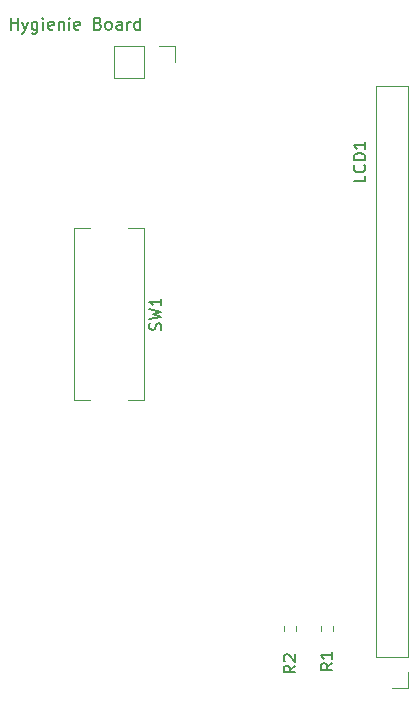
<source format=gbr>
%TF.GenerationSoftware,KiCad,Pcbnew,7.0.7*%
%TF.CreationDate,2023-09-18T17:32:58-06:00*%
%TF.ProjectId,hygienie_pcb,68796769-656e-4696-955f-7063622e6b69,00*%
%TF.SameCoordinates,Original*%
%TF.FileFunction,Legend,Top*%
%TF.FilePolarity,Positive*%
%FSLAX46Y46*%
G04 Gerber Fmt 4.6, Leading zero omitted, Abs format (unit mm)*
G04 Created by KiCad (PCBNEW 7.0.7) date 2023-09-18 17:32:58*
%MOMM*%
%LPD*%
G01*
G04 APERTURE LIST*
%ADD10C,0.150000*%
%ADD11C,0.120000*%
G04 APERTURE END LIST*
D10*
X98936779Y-75019819D02*
X98936779Y-74019819D01*
X98936779Y-74496009D02*
X99508207Y-74496009D01*
X99508207Y-75019819D02*
X99508207Y-74019819D01*
X99889160Y-74353152D02*
X100127255Y-75019819D01*
X100365350Y-74353152D02*
X100127255Y-75019819D01*
X100127255Y-75019819D02*
X100032017Y-75257914D01*
X100032017Y-75257914D02*
X99984398Y-75305533D01*
X99984398Y-75305533D02*
X99889160Y-75353152D01*
X101174874Y-74353152D02*
X101174874Y-75162676D01*
X101174874Y-75162676D02*
X101127255Y-75257914D01*
X101127255Y-75257914D02*
X101079636Y-75305533D01*
X101079636Y-75305533D02*
X100984398Y-75353152D01*
X100984398Y-75353152D02*
X100841541Y-75353152D01*
X100841541Y-75353152D02*
X100746303Y-75305533D01*
X101174874Y-74972200D02*
X101079636Y-75019819D01*
X101079636Y-75019819D02*
X100889160Y-75019819D01*
X100889160Y-75019819D02*
X100793922Y-74972200D01*
X100793922Y-74972200D02*
X100746303Y-74924580D01*
X100746303Y-74924580D02*
X100698684Y-74829342D01*
X100698684Y-74829342D02*
X100698684Y-74543628D01*
X100698684Y-74543628D02*
X100746303Y-74448390D01*
X100746303Y-74448390D02*
X100793922Y-74400771D01*
X100793922Y-74400771D02*
X100889160Y-74353152D01*
X100889160Y-74353152D02*
X101079636Y-74353152D01*
X101079636Y-74353152D02*
X101174874Y-74400771D01*
X101651065Y-75019819D02*
X101651065Y-74353152D01*
X101651065Y-74019819D02*
X101603446Y-74067438D01*
X101603446Y-74067438D02*
X101651065Y-74115057D01*
X101651065Y-74115057D02*
X101698684Y-74067438D01*
X101698684Y-74067438D02*
X101651065Y-74019819D01*
X101651065Y-74019819D02*
X101651065Y-74115057D01*
X102508207Y-74972200D02*
X102412969Y-75019819D01*
X102412969Y-75019819D02*
X102222493Y-75019819D01*
X102222493Y-75019819D02*
X102127255Y-74972200D01*
X102127255Y-74972200D02*
X102079636Y-74876961D01*
X102079636Y-74876961D02*
X102079636Y-74496009D01*
X102079636Y-74496009D02*
X102127255Y-74400771D01*
X102127255Y-74400771D02*
X102222493Y-74353152D01*
X102222493Y-74353152D02*
X102412969Y-74353152D01*
X102412969Y-74353152D02*
X102508207Y-74400771D01*
X102508207Y-74400771D02*
X102555826Y-74496009D01*
X102555826Y-74496009D02*
X102555826Y-74591247D01*
X102555826Y-74591247D02*
X102079636Y-74686485D01*
X102984398Y-74353152D02*
X102984398Y-75019819D01*
X102984398Y-74448390D02*
X103032017Y-74400771D01*
X103032017Y-74400771D02*
X103127255Y-74353152D01*
X103127255Y-74353152D02*
X103270112Y-74353152D01*
X103270112Y-74353152D02*
X103365350Y-74400771D01*
X103365350Y-74400771D02*
X103412969Y-74496009D01*
X103412969Y-74496009D02*
X103412969Y-75019819D01*
X103889160Y-75019819D02*
X103889160Y-74353152D01*
X103889160Y-74019819D02*
X103841541Y-74067438D01*
X103841541Y-74067438D02*
X103889160Y-74115057D01*
X103889160Y-74115057D02*
X103936779Y-74067438D01*
X103936779Y-74067438D02*
X103889160Y-74019819D01*
X103889160Y-74019819D02*
X103889160Y-74115057D01*
X104746302Y-74972200D02*
X104651064Y-75019819D01*
X104651064Y-75019819D02*
X104460588Y-75019819D01*
X104460588Y-75019819D02*
X104365350Y-74972200D01*
X104365350Y-74972200D02*
X104317731Y-74876961D01*
X104317731Y-74876961D02*
X104317731Y-74496009D01*
X104317731Y-74496009D02*
X104365350Y-74400771D01*
X104365350Y-74400771D02*
X104460588Y-74353152D01*
X104460588Y-74353152D02*
X104651064Y-74353152D01*
X104651064Y-74353152D02*
X104746302Y-74400771D01*
X104746302Y-74400771D02*
X104793921Y-74496009D01*
X104793921Y-74496009D02*
X104793921Y-74591247D01*
X104793921Y-74591247D02*
X104317731Y-74686485D01*
X106317731Y-74496009D02*
X106460588Y-74543628D01*
X106460588Y-74543628D02*
X106508207Y-74591247D01*
X106508207Y-74591247D02*
X106555826Y-74686485D01*
X106555826Y-74686485D02*
X106555826Y-74829342D01*
X106555826Y-74829342D02*
X106508207Y-74924580D01*
X106508207Y-74924580D02*
X106460588Y-74972200D01*
X106460588Y-74972200D02*
X106365350Y-75019819D01*
X106365350Y-75019819D02*
X105984398Y-75019819D01*
X105984398Y-75019819D02*
X105984398Y-74019819D01*
X105984398Y-74019819D02*
X106317731Y-74019819D01*
X106317731Y-74019819D02*
X106412969Y-74067438D01*
X106412969Y-74067438D02*
X106460588Y-74115057D01*
X106460588Y-74115057D02*
X106508207Y-74210295D01*
X106508207Y-74210295D02*
X106508207Y-74305533D01*
X106508207Y-74305533D02*
X106460588Y-74400771D01*
X106460588Y-74400771D02*
X106412969Y-74448390D01*
X106412969Y-74448390D02*
X106317731Y-74496009D01*
X106317731Y-74496009D02*
X105984398Y-74496009D01*
X107127255Y-75019819D02*
X107032017Y-74972200D01*
X107032017Y-74972200D02*
X106984398Y-74924580D01*
X106984398Y-74924580D02*
X106936779Y-74829342D01*
X106936779Y-74829342D02*
X106936779Y-74543628D01*
X106936779Y-74543628D02*
X106984398Y-74448390D01*
X106984398Y-74448390D02*
X107032017Y-74400771D01*
X107032017Y-74400771D02*
X107127255Y-74353152D01*
X107127255Y-74353152D02*
X107270112Y-74353152D01*
X107270112Y-74353152D02*
X107365350Y-74400771D01*
X107365350Y-74400771D02*
X107412969Y-74448390D01*
X107412969Y-74448390D02*
X107460588Y-74543628D01*
X107460588Y-74543628D02*
X107460588Y-74829342D01*
X107460588Y-74829342D02*
X107412969Y-74924580D01*
X107412969Y-74924580D02*
X107365350Y-74972200D01*
X107365350Y-74972200D02*
X107270112Y-75019819D01*
X107270112Y-75019819D02*
X107127255Y-75019819D01*
X108317731Y-75019819D02*
X108317731Y-74496009D01*
X108317731Y-74496009D02*
X108270112Y-74400771D01*
X108270112Y-74400771D02*
X108174874Y-74353152D01*
X108174874Y-74353152D02*
X107984398Y-74353152D01*
X107984398Y-74353152D02*
X107889160Y-74400771D01*
X108317731Y-74972200D02*
X108222493Y-75019819D01*
X108222493Y-75019819D02*
X107984398Y-75019819D01*
X107984398Y-75019819D02*
X107889160Y-74972200D01*
X107889160Y-74972200D02*
X107841541Y-74876961D01*
X107841541Y-74876961D02*
X107841541Y-74781723D01*
X107841541Y-74781723D02*
X107889160Y-74686485D01*
X107889160Y-74686485D02*
X107984398Y-74638866D01*
X107984398Y-74638866D02*
X108222493Y-74638866D01*
X108222493Y-74638866D02*
X108317731Y-74591247D01*
X108793922Y-75019819D02*
X108793922Y-74353152D01*
X108793922Y-74543628D02*
X108841541Y-74448390D01*
X108841541Y-74448390D02*
X108889160Y-74400771D01*
X108889160Y-74400771D02*
X108984398Y-74353152D01*
X108984398Y-74353152D02*
X109079636Y-74353152D01*
X109841541Y-75019819D02*
X109841541Y-74019819D01*
X109841541Y-74972200D02*
X109746303Y-75019819D01*
X109746303Y-75019819D02*
X109555827Y-75019819D01*
X109555827Y-75019819D02*
X109460589Y-74972200D01*
X109460589Y-74972200D02*
X109412970Y-74924580D01*
X109412970Y-74924580D02*
X109365351Y-74829342D01*
X109365351Y-74829342D02*
X109365351Y-74543628D01*
X109365351Y-74543628D02*
X109412970Y-74448390D01*
X109412970Y-74448390D02*
X109460589Y-74400771D01*
X109460589Y-74400771D02*
X109555827Y-74353152D01*
X109555827Y-74353152D02*
X109746303Y-74353152D01*
X109746303Y-74353152D02*
X109841541Y-74400771D01*
X123029819Y-128866666D02*
X122553628Y-129199999D01*
X123029819Y-129438094D02*
X122029819Y-129438094D01*
X122029819Y-129438094D02*
X122029819Y-129057142D01*
X122029819Y-129057142D02*
X122077438Y-128961904D01*
X122077438Y-128961904D02*
X122125057Y-128914285D01*
X122125057Y-128914285D02*
X122220295Y-128866666D01*
X122220295Y-128866666D02*
X122363152Y-128866666D01*
X122363152Y-128866666D02*
X122458390Y-128914285D01*
X122458390Y-128914285D02*
X122506009Y-128961904D01*
X122506009Y-128961904D02*
X122553628Y-129057142D01*
X122553628Y-129057142D02*
X122553628Y-129438094D01*
X122125057Y-128485713D02*
X122077438Y-128438094D01*
X122077438Y-128438094D02*
X122029819Y-128342856D01*
X122029819Y-128342856D02*
X122029819Y-128104761D01*
X122029819Y-128104761D02*
X122077438Y-128009523D01*
X122077438Y-128009523D02*
X122125057Y-127961904D01*
X122125057Y-127961904D02*
X122220295Y-127914285D01*
X122220295Y-127914285D02*
X122315533Y-127914285D01*
X122315533Y-127914285D02*
X122458390Y-127961904D01*
X122458390Y-127961904D02*
X123029819Y-128533332D01*
X123029819Y-128533332D02*
X123029819Y-127914285D01*
X126154819Y-128666666D02*
X125678628Y-128999999D01*
X126154819Y-129238094D02*
X125154819Y-129238094D01*
X125154819Y-129238094D02*
X125154819Y-128857142D01*
X125154819Y-128857142D02*
X125202438Y-128761904D01*
X125202438Y-128761904D02*
X125250057Y-128714285D01*
X125250057Y-128714285D02*
X125345295Y-128666666D01*
X125345295Y-128666666D02*
X125488152Y-128666666D01*
X125488152Y-128666666D02*
X125583390Y-128714285D01*
X125583390Y-128714285D02*
X125631009Y-128761904D01*
X125631009Y-128761904D02*
X125678628Y-128857142D01*
X125678628Y-128857142D02*
X125678628Y-129238094D01*
X126154819Y-127714285D02*
X126154819Y-128285713D01*
X126154819Y-127999999D02*
X125154819Y-127999999D01*
X125154819Y-127999999D02*
X125297676Y-128095237D01*
X125297676Y-128095237D02*
X125392914Y-128190475D01*
X125392914Y-128190475D02*
X125440533Y-128285713D01*
X128954819Y-87391666D02*
X128954819Y-87867856D01*
X128954819Y-87867856D02*
X127954819Y-87867856D01*
X128859580Y-86486904D02*
X128907200Y-86534523D01*
X128907200Y-86534523D02*
X128954819Y-86677380D01*
X128954819Y-86677380D02*
X128954819Y-86772618D01*
X128954819Y-86772618D02*
X128907200Y-86915475D01*
X128907200Y-86915475D02*
X128811961Y-87010713D01*
X128811961Y-87010713D02*
X128716723Y-87058332D01*
X128716723Y-87058332D02*
X128526247Y-87105951D01*
X128526247Y-87105951D02*
X128383390Y-87105951D01*
X128383390Y-87105951D02*
X128192914Y-87058332D01*
X128192914Y-87058332D02*
X128097676Y-87010713D01*
X128097676Y-87010713D02*
X128002438Y-86915475D01*
X128002438Y-86915475D02*
X127954819Y-86772618D01*
X127954819Y-86772618D02*
X127954819Y-86677380D01*
X127954819Y-86677380D02*
X128002438Y-86534523D01*
X128002438Y-86534523D02*
X128050057Y-86486904D01*
X128954819Y-86058332D02*
X127954819Y-86058332D01*
X127954819Y-86058332D02*
X127954819Y-85820237D01*
X127954819Y-85820237D02*
X128002438Y-85677380D01*
X128002438Y-85677380D02*
X128097676Y-85582142D01*
X128097676Y-85582142D02*
X128192914Y-85534523D01*
X128192914Y-85534523D02*
X128383390Y-85486904D01*
X128383390Y-85486904D02*
X128526247Y-85486904D01*
X128526247Y-85486904D02*
X128716723Y-85534523D01*
X128716723Y-85534523D02*
X128811961Y-85582142D01*
X128811961Y-85582142D02*
X128907200Y-85677380D01*
X128907200Y-85677380D02*
X128954819Y-85820237D01*
X128954819Y-85820237D02*
X128954819Y-86058332D01*
X128954819Y-84534523D02*
X128954819Y-85105951D01*
X128954819Y-84820237D02*
X127954819Y-84820237D01*
X127954819Y-84820237D02*
X128097676Y-84915475D01*
X128097676Y-84915475D02*
X128192914Y-85010713D01*
X128192914Y-85010713D02*
X128240533Y-85105951D01*
X111627200Y-100453332D02*
X111674819Y-100310475D01*
X111674819Y-100310475D02*
X111674819Y-100072380D01*
X111674819Y-100072380D02*
X111627200Y-99977142D01*
X111627200Y-99977142D02*
X111579580Y-99929523D01*
X111579580Y-99929523D02*
X111484342Y-99881904D01*
X111484342Y-99881904D02*
X111389104Y-99881904D01*
X111389104Y-99881904D02*
X111293866Y-99929523D01*
X111293866Y-99929523D02*
X111246247Y-99977142D01*
X111246247Y-99977142D02*
X111198628Y-100072380D01*
X111198628Y-100072380D02*
X111151009Y-100262856D01*
X111151009Y-100262856D02*
X111103390Y-100358094D01*
X111103390Y-100358094D02*
X111055771Y-100405713D01*
X111055771Y-100405713D02*
X110960533Y-100453332D01*
X110960533Y-100453332D02*
X110865295Y-100453332D01*
X110865295Y-100453332D02*
X110770057Y-100405713D01*
X110770057Y-100405713D02*
X110722438Y-100358094D01*
X110722438Y-100358094D02*
X110674819Y-100262856D01*
X110674819Y-100262856D02*
X110674819Y-100024761D01*
X110674819Y-100024761D02*
X110722438Y-99881904D01*
X110674819Y-99548570D02*
X111674819Y-99310475D01*
X111674819Y-99310475D02*
X110960533Y-99119999D01*
X110960533Y-99119999D02*
X111674819Y-98929523D01*
X111674819Y-98929523D02*
X110674819Y-98691428D01*
X111674819Y-97786666D02*
X111674819Y-98358094D01*
X111674819Y-98072380D02*
X110674819Y-98072380D01*
X110674819Y-98072380D02*
X110817676Y-98167618D01*
X110817676Y-98167618D02*
X110912914Y-98262856D01*
X110912914Y-98262856D02*
X110960533Y-98358094D01*
D11*
%TO.C,R2*%
X123077500Y-125967258D02*
X123077500Y-125492742D01*
X122032500Y-125967258D02*
X122032500Y-125492742D01*
%TO.C,R1*%
X126252500Y-125967258D02*
X126252500Y-125492742D01*
X125207500Y-125967258D02*
X125207500Y-125492742D01*
%TO.C,LCD1*%
X132530000Y-130720000D02*
X131200000Y-130720000D01*
X132530000Y-129390000D02*
X132530000Y-130720000D01*
X132530000Y-128120000D02*
X132530000Y-79800000D01*
X132530000Y-128120000D02*
X129870000Y-128120000D01*
X132530000Y-79800000D02*
X129870000Y-79800000D01*
X129870000Y-128120000D02*
X129870000Y-79800000D01*
%TO.C,SW1*%
X110220000Y-106390000D02*
X108890000Y-106390000D01*
X104280000Y-106390000D02*
X105610000Y-106390000D01*
X110220000Y-91850000D02*
X110220000Y-106390000D01*
X108890000Y-91850000D02*
X110220000Y-91850000D01*
X105610000Y-91850000D02*
X104280000Y-91850000D01*
X104280000Y-91850000D02*
X104280000Y-106390000D01*
%TO.C,PWR1*%
X110230000Y-79080000D02*
X107630000Y-79080000D01*
X112830000Y-76420000D02*
X112830000Y-77750000D01*
X111500000Y-76420000D02*
X112830000Y-76420000D01*
X110230000Y-76420000D02*
X110230000Y-79080000D01*
X110230000Y-76420000D02*
X107630000Y-76420000D01*
X107630000Y-76420000D02*
X107630000Y-79080000D01*
%TD*%
M02*

</source>
